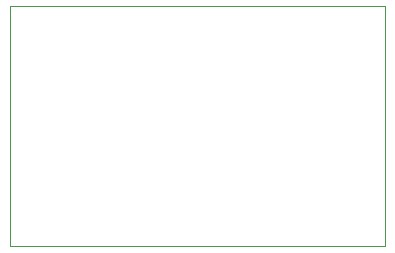
<source format=gbr>
%TF.GenerationSoftware,KiCad,Pcbnew,(6.0.5)*%
%TF.CreationDate,2022-10-09T21:33:59+01:00*%
%TF.ProjectId,PicoDrive,5069636f-4472-4697-9665-2e6b69636164,rev?*%
%TF.SameCoordinates,Original*%
%TF.FileFunction,Profile,NP*%
%FSLAX46Y46*%
G04 Gerber Fmt 4.6, Leading zero omitted, Abs format (unit mm)*
G04 Created by KiCad (PCBNEW (6.0.5)) date 2022-10-09 21:33:59*
%MOMM*%
%LPD*%
G01*
G04 APERTURE LIST*
%TA.AperFunction,Profile*%
%ADD10C,0.100000*%
%TD*%
G04 APERTURE END LIST*
D10*
X142875000Y-51435000D02*
X174625000Y-51435000D01*
X174625000Y-51435000D02*
X174625000Y-71755000D01*
X174625000Y-71755000D02*
X142875000Y-71755000D01*
X142875000Y-71755000D02*
X142875000Y-51435000D01*
M02*

</source>
